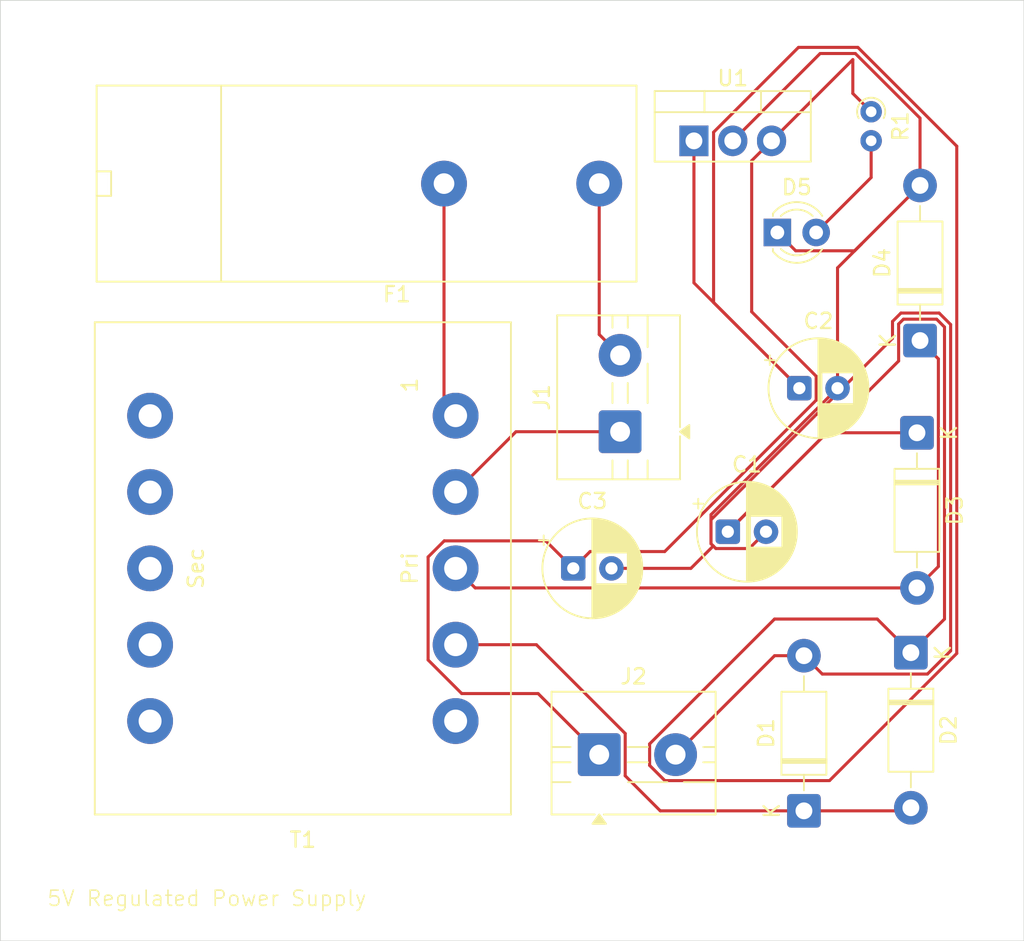
<source format=kicad_pcb>
(kicad_pcb (version 20241229) (generator "pcbnew") (generator_version "9.0")
  (layers (0 "F.Cu" signal) (2 "B.Cu" signal) (13 "F.Paste" user) (15 "B.Paste" user) (5 "F.SilkS" user "F.Silkscreen") (7 "B.SilkS" user "B.Silkscreen") (1 "F.Mask" user) (3 "B.Mask" user) (25 "Edge.Cuts" user))
  (net 0 "")
  (net 1 "GND")
  (net 2 "Net-(D2-K)")
  (net 3 "Net-(J2-Pin_1)")
  (net 4 "Net-(D1-K)")
  (net 5 "Net-(D3-A)")
  (net 6 "Net-(J1-Pin_2)")
  (net 7 "Net-(T1-AA)")
  (net 8 "Net-(J1-Pin_1)")
  (net 9 "Net-(D5-A)")
  (footprint "Diode_THT:D_DO-41_SOD81_P10.16mm_Horizontal" (layer "F.Cu") (at 173.6 95.68 90)
    (property "Reference" "D4" (at 5.08 -2.47 90) (layer "F.SilkS"))
    (property "Value" "1N4007")
    (fp_text user "K" (at 0 -2.1 90) (layer "F.SilkS"))
    (pad "1" thru_hole roundrect (at 0 0 90) (size 2.2 2.2) (drill 1.1) (layers "*.Cu" "*.Mask") (roundrect_rratio 0.113636) (net 5 "Net-(D3-A)"))
    (pad "2" thru_hole circle (at 10.16 0 90) (size 2.2 2.2) (drill 1.1) (layers "*.Cu" "*.Mask") (net 1 "GND"))
  )
  (footprint "TerminalBlock:TerminalBlock_MaiXu_MX126-5.0-02P_1x02_P5.00mm" (layer "F.Cu") (at 153.9675 101.65 90)
    (property "Reference" "J1" (at 2.25 -5.12 90) (layer "F.SilkS"))
    (property "Value" "AC_INPUT")
    (pad "1" thru_hole roundrect (at 0 0 90) (size 2.8 2.8) (drill 1.3) (layers "*.Cu" "*.Mask") (roundrect_rratio 0.089286) (net 8 "Net-(J1-Pin_1)"))
    (pad "2" thru_hole circle (at 5 0 90) (size 2.8 2.8) (drill 1.3) (layers "*.Cu" "*.Mask") (net 6 "Net-(J1-Pin_2)"))
  )
  (footprint "Package_TO_SOT_THT:TO-220-3_Vertical" (layer "F.Cu") (at 158.8 82.6)
    (property "Reference" "U1" (at 2.54 -4.1 0) (layer "F.SilkS"))
    (property "Value" "L7805")
    (pad "1" thru_hole rect (at 0 0) (size 1.905 2) (drill 1.1) (layers "*.Cu" "*.Mask") (net 2 "Net-(D2-K)"))
    (pad "2" thru_hole oval (at 2.54 0) (size 1.905 2) (drill 1.1) (layers "*.Cu" "*.Mask") (net 1 "GND"))
    (pad "3" thru_hole oval (at 5.08 0) (size 1.905 2) (drill 1.1) (layers "*.Cu" "*.Mask") (net 3 "Net-(J2-Pin_1)"))
  )
  (footprint "LED_THT:LED_D3.0mm" (layer "F.Cu") (at 164.26 88.6)
    (property "Reference" "D5" (at 1.27 -2.96 0) (layer "F.SilkS"))
    (property "Value" "LED")
    (pad "1" thru_hole rect (at 0 0) (size 1.8 1.8) (drill 0.9) (layers "*.Cu" "*.Mask") (net 1 "GND"))
    (pad "2" thru_hole circle (at 2.54 0) (size 1.8 1.8) (drill 0.9) (layers "*.Cu" "*.Mask") (net 9 "Net-(D5-A)"))
  )
  (footprint "Capacitor_THT:CP_Radial_D6.3mm_P2.50mm" (layer "F.Cu") (at 161.017621 108.2)
    (property "Reference" "C1" (at 1.25 -4.4 0) (layer "F.SilkS"))
    (property "Value" "470uF")
    (pad "1" thru_hole roundrect (at 0 0) (size 1.6 1.6) (drill 0.8) (layers "*.Cu" "*.Mask") (roundrect_rratio 0.15625) (net 2 "Net-(D2-K)"))
    (pad "2" thru_hole circle (at 2.5 0) (size 1.6 1.6) (drill 0.8) (layers "*.Cu" "*.Mask") (net 1 "GND"))
  )
  (footprint "Transformer_THT:Transformer_CHK_EI30-2VA_1xSec" (layer "F.Cu") (at 143.2 100.6 180)
    (property "Reference" "T1" (at 10 -27.78 0) (layer "F.SilkS"))
    (property "Value" "Transformer_1P_1S")
    (fp_text user "1" (at 3 2 90) (layer "F.SilkS"))
    (fp_text user "Sec" (at 17 -10 90) (layer "F.SilkS"))
    (fp_text user "Pri" (at 3 -10 90) (layer "F.SilkS"))
    (pad "1" thru_hole circle (at 0 0 180) (size 3 3) (drill 1.5) (layers "*.Cu" "*.Mask") (net 7 "Net-(T1-AA)"))
    (pad "2" thru_hole circle (at 0 -5 180) (size 3 3) (drill 1.5) (layers "*.Cu" "*.Mask") (net 8 "Net-(J1-Pin_1)"))
    (pad "3" thru_hole circle (at 0 -10 180) (size 3 3) (drill 1.5) (layers "*.Cu" "*.Mask") (net 5 "Net-(D3-A)"))
    (pad "4" thru_hole circle (at 0 -15 180) (size 3 3) (drill 1.5) (layers "*.Cu" "*.Mask") (net 4 "Net-(D1-K)"))
    (pad "5" thru_hole circle (at 0 -20 180) (size 3 3) (drill 1.5) (layers "*.Cu" "*.Mask"))
    (pad "6" thru_hole circle (at 20 -20 180) (size 3 3) (drill 1.5) (layers "*.Cu" "*.Mask"))
    (pad "7" thru_hole circle (at 20 -15 180) (size 3 3) (drill 1.5) (layers "*.Cu" "*.Mask"))
    (pad "8" thru_hole circle (at 20 -10 180) (size 3 3) (drill 1.5) (layers "*.Cu" "*.Mask"))
    (pad "9" thru_hole circle (at 20 -5 180) (size 3 3) (drill 1.5) (layers "*.Cu" "*.Mask"))
    (pad "10" thru_hole circle (at 20 0 180) (size 3 3) (drill 1.5) (layers "*.Cu" "*.Mask"))
  )
  (footprint "Capacitor_THT:CP_Radial_D6.3mm_P2.50mm" (layer "F.Cu") (at 165.7 98.8)
    (property "Reference" "C2" (at 1.25 -4.4 0) (layer "F.SilkS"))
    (property "Value" "0.1uF")
    (pad "1" thru_hole roundrect (at 0 0) (size 1.6 1.6) (drill 0.8) (layers "*.Cu" "*.Mask") (roundrect_rratio 0.15625) (net 2 "Net-(D2-K)"))
    (pad "2" thru_hole circle (at 2.5 0) (size 1.6 1.6) (drill 0.8) (layers "*.Cu" "*.Mask") (net 1 "GND"))
  )
  (footprint "Fuse:Fuseholder_Cylinder-5x20mm_Bulgin_FX0457_Horizontal_Closed" (layer "F.Cu") (at 152.6 85.4 180)
    (property "Reference" "F1" (at 13.25 -7.25 0) (layer "F.SilkS"))
    (property "Value" "Fuse")
    (pad "1" thru_hole circle (at 0 0 180) (size 3 3) (drill 1.35) (layers "*.Cu" "*.Mask") (net 6 "Net-(J1-Pin_2)"))
    (pad "2" thru_hole circle (at 10.16 0 180) (size 3 3) (drill 1.35) (layers "*.Cu" "*.Mask") (net 7 "Net-(T1-AA)"))
  )
  (footprint "Diode_THT:D_DO-41_SOD81_P10.16mm_Horizontal" (layer "F.Cu") (at 166 126.48 90)
    (property "Reference" "D1" (at 5.08 -2.47 90) (layer "F.SilkS"))
    (property "Value" "1N4007")
    (fp_text user "K" (at 0 -2.1 90) (layer "F.SilkS"))
    (pad "1" thru_hole roundrect (at 0 0 90) (size 2.2 2.2) (drill 1.1) (layers "*.Cu" "*.Mask") (roundrect_rratio 0.113636) (net 4 "Net-(D1-K)"))
    (pad "2" thru_hole circle (at 10.16 0 90) (size 2.2 2.2) (drill 1.1) (layers "*.Cu" "*.Mask") (net 1 "GND"))
  )
  (footprint "Diode_THT:D_DO-41_SOD81_P10.16mm_Horizontal" (layer "F.Cu") (at 173.4 101.72 -90)
    (property "Reference" "D3" (at 5.08 -2.47 90) (layer "F.SilkS"))
    (property "Value" "1N4007")
    (fp_text user "K" (at 0 -2.1 90) (layer "F.SilkS"))
    (pad "1" thru_hole roundrect (at 0 0 270) (size 2.2 2.2) (drill 1.1) (layers "*.Cu" "*.Mask") (roundrect_rratio 0.113636) (net 2 "Net-(D2-K)"))
    (pad "2" thru_hole circle (at 10.16 0 270) (size 2.2 2.2) (drill 1.1) (layers "*.Cu" "*.Mask") (net 5 "Net-(D3-A)"))
  )
  (footprint "TerminalBlock:TerminalBlock_MaiXu_MX126-5.0-02P_1x02_P5.00mm" (layer "F.Cu") (at 152.6 122.8)
    (property "Reference" "J2" (at 2.25 -5.12 0) (layer "F.SilkS"))
    (property "Value" "(+5v, gnd)")
    (pad "1" thru_hole roundrect (at 0 0) (size 2.8 2.8) (drill 1.3) (layers "*.Cu" "*.Mask") (roundrect_rratio 0.089286) (net 3 "Net-(J2-Pin_1)"))
    (pad "2" thru_hole circle (at 5 0) (size 2.8 2.8) (drill 1.3) (layers "*.Cu" "*.Mask") (net 1 "GND"))
  )
  (footprint "Capacitor_THT:CP_Radial_D6.3mm_P2.50mm" (layer "F.Cu") (at 150.9 110.6)
    (property "Reference" "C3" (at 1.25 -4.4 0) (layer "F.SilkS"))
    (property "Value" "0.1uF")
    (pad "1" thru_hole roundrect (at 0 0) (size 1.6 1.6) (drill 0.8) (layers "*.Cu" "*.Mask") (roundrect_rratio 0.15625) (net 3 "Net-(J2-Pin_1)"))
    (pad "2" thru_hole circle (at 2.5 0) (size 1.6 1.6) (drill 0.8) (layers "*.Cu" "*.Mask") (net 1 "GND"))
  )
  (footprint "Resistor_THT:R_Axial_DIN0204_L3.6mm_D1.6mm_P1.90mm_Vertical" (layer "F.Cu") (at 170.4 80.695 -90)
    (property "Reference" "R1" (at 0.95 -1.92 90) (layer "F.SilkS"))
    (property "Value" "150")
    (pad "1" thru_hole circle (at 0 0 270) (size 1.4 1.4) (drill 0.7) (layers "*.Cu" "*.Mask") (net 3 "Net-(J2-Pin_1)"))
    (pad "2" thru_hole circle (at 1.9 0 270) (size 1.4 1.4) (drill 0.7) (layers "*.Cu" "*.Mask") (net 9 "Net-(D5-A)"))
  )
  (footprint "Diode_THT:D_DO-41_SOD81_P10.16mm_Horizontal" (layer "F.Cu") (at 173 116.12 -90)
    (property "Reference" "D2" (at 5.08 -2.47 90) (layer "F.SilkS"))
    (property "Value" "1N4007")
    (fp_text user "K" (at 0 -2.1 90) (layer "F.SilkS"))
    (pad "1" thru_hole roundrect (at 0 0 270) (size 2.2 2.2) (drill 1.1) (layers "*.Cu" "*.Mask") (roundrect_rratio 0.113636) (net 2 "Net-(D2-K)"))
    (pad "2" thru_hole circle (at 10.16 0 270) (size 2.2 2.2) (drill 1.1) (layers "*.Cu" "*.Mask") (net 4 "Net-(D1-K)"))
  )
  (gr_rect (start 113.4 73.4) (end 180.4 135) (stroke (width 0.05)) (fill no) (layer "Edge.Cuts"))
  (gr_text "5V Regulated Power Supply " (at 116.4 132.8 0) (layer "F.SilkS") (effects (font (size 1 1) (thickness 0.1)) (justify left bottom)))
  (segment (start 162.416621 109.301) (end 163.517621 108.2) (width 0.2) (layer "F.Cu") (net 1))
  (segment (start 158.6 110.6) (end 160.065731 109.134269) (width 0.2) (layer "F.Cu") (net 1))
  (segment (start 173.6 81.1129) (end 169.3661 76.879) (width 0.2) (layer "F.Cu") (net 1))
  (segment (start 165.461 89.801) (end 169.319 89.801) (width 0.2) (layer "F.Cu") (net 1))
  (segment (start 167.061 76.879) (end 161.34 82.6) (width 0.2) (layer "F.Cu") (net 1))
  (segment (start 173.6 85.52) (end 173.6 81.1129) (width 0.2) (layer "F.Cu") (net 1))
  (segment (start 164.26 88.6) (end 165.461 89.801) (width 0.2) (layer "F.Cu") (net 1))
  (segment (start 175.603 116.00316) (end 175.603 94.62974) (width 0.2) (layer "F.Cu") (net 1))
  (segment (start 171.798 95.533461) (end 159.916621 107.41484) (width 0.2) (layer "F.Cu") (net 1))
  (segment (start 169.3661 76.879) (end 167.061 76.879) (width 0.2) (layer "F.Cu") (net 1))
  (segment (start 169.319 89.801) (end 169.76 89.36) (width 0.2) (layer "F.Cu") (net 1))
  (segment (start 168.2 98.8) (end 168.2 90.92) (width 0.2) (layer "F.Cu") (net 1))
  (segment (start 167.201 117.521) (end 174.08516 117.521) (width 0.2) (layer "F.Cu") (net 1))
  (segment (start 169.76 89.36) (end 173.6 85.52) (width 0.2) (layer "F.Cu") (net 1))
  (segment (start 159.916621 108.98516) (end 159.916621 107.083379) (width 0.2) (layer "F.Cu") (net 1))
  (segment (start 160.065731 109.134269) (end 160.232461 109.301) (width 0.2) (layer "F.Cu") (net 1))
  (segment (start 164.08 116.32) (end 166 116.32) (width 0.2) (layer "F.Cu") (net 1))
  (segment (start 174.08516 117.521) (end 175.603 116.00316) (width 0.2) (layer "F.Cu") (net 1))
  (segment (start 160.232461 109.301) (end 162.416621 109.301) (width 0.2) (layer "F.Cu") (net 1))
  (segment (start 159.916621 107.41484) (end 159.916621 108.98516) (width 0.2) (layer "F.Cu") (net 1))
  (segment (start 174.85126 93.878) (end 172.34874 93.878) (width 0.2) (layer "F.Cu") (net 1))
  (segment (start 175.603 94.62974) (end 174.85126 93.878) (width 0.2) (layer "F.Cu") (net 1))
  (segment (start 166 116.32) (end 167.201 117.521) (width 0.2) (layer "F.Cu") (net 1))
  (segment (start 159.916621 108.98516) (end 160.065731 109.134269) (width 0.2) (layer "F.Cu") (net 1))
  (segment (start 172.34874 93.878) (end 171.798 94.42874) (width 0.2) (layer "F.Cu") (net 1))
  (segment (start 168.2 90.92) (end 169.76 89.36) (width 0.2) (layer "F.Cu") (net 1))
  (segment (start 159.916621 107.083379) (end 168.2 98.8) (width 0.2) (layer "F.Cu") (net 1))
  (segment (start 157.6 122.8) (end 164.08 116.32) (width 0.2) (layer "F.Cu") (net 1))
  (segment (start 171.798 94.42874) (end 171.798 95.533461) (width 0.2) (layer "F.Cu") (net 1))
  (segment (start 153.4 110.6) (end 158.6 110.6) (width 0.2) (layer "F.Cu") (net 1))
  (segment (start 164.076422 113.918) (end 155.899 122.095422) (width 0.2) (layer "F.Cu") (net 2))
  (segment (start 156.895422 124.501) (end 167.67226 124.501) (width 0.2) (layer "F.Cu") (net 2))
  (segment (start 167.497621 101.72) (end 161.017621 108.2) (width 0.2) (layer "F.Cu") (net 2))
  (segment (start 175.202 113.918) (end 175.202 94.79584) (width 0.2) (layer "F.Cu") (net 2))
  (segment (start 176.004 82.9498) (end 169.5322 76.478) (width 0.2) (layer "F.Cu") (net 2))
  (segment (start 167.67226 124.501) (end 176.004 116.16926) (width 0.2) (layer "F.Cu") (net 2))
  (segment (start 172.51484 94.279) (end 172.199 94.59484) (width 0.2) (layer "F.Cu") (net 2))
  (segment (start 160.0865 93.1865) (end 165.7 98.8) (width 0.2) (layer "F.Cu") (net 2))
  (segment (start 155.899 123.504578) (end 156.895422 124.501) (width 0.2) (layer "F.Cu") (net 2))
  (segment (start 173.4 101.72) (end 167.497621 101.72) (width 0.2) (layer "F.Cu") (net 2))
  (segment (start 173 116.12) (end 170.798 113.918) (width 0.2) (layer "F.Cu") (net 2))
  (segment (start 172.199 97.018621) (end 161.017621 108.2) (width 0.2) (layer "F.Cu") (net 2))
  (segment (start 160.0865 82.033283) (end 160.0865 93.1865) (width 0.2) (layer "F.Cu") (net 2))
  (segment (start 175.202 94.79584) (end 174.68516 94.279) (width 0.2) (layer "F.Cu") (net 2))
  (segment (start 172.199 94.59484) (end 172.199 97.018621) (width 0.2) (layer "F.Cu") (net 2))
  (segment (start 174.68516 94.279) (end 172.51484 94.279) (width 0.2) (layer "F.Cu") (net 2))
  (segment (start 158.8 82.6) (end 158.8 91.9) (width 0.2) (layer "F.Cu") (net 2))
  (segment (start 155.899 122.095422) (end 155.899 123.504578) (width 0.2) (layer "F.Cu") (net 2))
  (segment (start 170.798 113.918) (end 164.076422 113.918) (width 0.2) (layer "F.Cu") (net 2))
  (segment (start 165.641783 76.478) (end 160.0865 82.033283) (width 0.2) (layer "F.Cu") (net 2))
  (segment (start 158.8 91.9) (end 165.7 98.8) (width 0.2) (layer "F.Cu") (net 2))
  (segment (start 173 116.12) (end 175.202 113.918) (width 0.2) (layer "F.Cu") (net 2))
  (segment (start 169.5322 76.478) (end 165.641783 76.478) (width 0.2) (layer "F.Cu") (net 2))
  (segment (start 176.004 116.16926) (end 176.004 82.9498) (width 0.2) (layer "F.Cu") (net 2))
  (segment (start 163.88 82.6) (end 169.2 77.28) (width 0.2) (layer "F.Cu") (net 3))
  (segment (start 143.599 118.799) (end 148.599 118.799) (width 0.2) (layer "F.Cu") (net 3))
  (segment (start 162.579 93.79284) (end 166.801 98.01484) (width 0.2) (layer "F.Cu") (net 3))
  (segment (start 152.001 109.499) (end 150.9 110.6) (width 0.2) (layer "F.Cu") (net 3))
  (segment (start 148.599 118.799) (end 152.6 122.8) (width 0.2) (layer "F.Cu") (net 3))
  (segment (start 169.2 77.28) (end 169.2 79.495) (width 0.2) (layer "F.Cu") (net 3))
  (segment (start 162.579 83.901) (end 162.579 93.79284) (width 0.2) (layer "F.Cu") (net 3))
  (segment (start 163.88 82.6) (end 162.579 83.901) (width 0.2) (layer "F.Cu") (net 3))
  (segment (start 141.399 116.599) (end 143.599 118.799) (width 0.2) (layer "F.Cu") (net 3))
  (segment (start 141.399 109.854001) (end 141.399 116.599) (width 0.2) (layer "F.Cu") (net 3))
  (segment (start 166.801 99.58516) (end 156.88716 109.499) (width 0.2) (layer "F.Cu") (net 3))
  (segment (start 150.9 110.6) (end 149.099 108.799) (width 0.2) (layer "F.Cu") (net 3))
  (segment (start 166.801 98.01484) (end 166.801 99.58516) (width 0.2) (layer "F.Cu") (net 3))
  (segment (start 142.454001 108.799) (end 141.399 109.854001) (width 0.2) (layer "F.Cu") (net 3))
  (segment (start 149.099 108.799) (end 142.454001 108.799) (width 0.2) (layer "F.Cu") (net 3))
  (segment (start 169.2 79.495) (end 170.4 80.695) (width 0.2) (layer "F.Cu") (net 3))
  (segment (start 156.88716 109.499) (end 152.001 109.499) (width 0.2) (layer "F.Cu") (net 3))
  (segment (start 166 126.48) (end 156.59584 126.48) (width 0.2) (layer "F.Cu") (net 4))
  (segment (start 148.48616 115.6) (end 143.2 115.6) (width 0.2) (layer "F.Cu") (net 4))
  (segment (start 154.301 121.41484) (end 148.48616 115.6) (width 0.2) (layer "F.Cu") (net 4))
  (segment (start 172.8 126.48) (end 173 126.28) (width 0.2) (layer "F.Cu") (net 4))
  (segment (start 154.301 124.18516) (end 154.301 121.41484) (width 0.2) (layer "F.Cu") (net 4))
  (segment (start 166 126.48) (end 172.8 126.48) (width 0.2) (layer "F.Cu") (net 4))
  (segment (start 156.59584 126.48) (end 154.301 124.18516) (width 0.2) (layer "F.Cu") (net 4))
  (segment (start 174.801 110.479) (end 174.801 96.881) (width 0.2) (layer "F.Cu") (net 5))
  (segment (start 173.4 111.88) (end 174.801 110.479) (width 0.2) (layer "F.Cu") (net 5))
  (segment (start 144.48 111.88) (end 173.4 111.88) (width 0.2) (layer "F.Cu") (net 5))
  (segment (start 174.801 96.881) (end 173.6 95.68) (width 0.2) (layer "F.Cu") (net 5))
  (segment (start 143.2 110.6) (end 144.48 111.88) (width 0.2) (layer "F.Cu") (net 5))
  (segment (start 152.6 95.2825) (end 153.9675 96.65) (width 0.2) (layer "F.Cu") (net 6))
  (segment (start 152.6 85.4) (end 152.6 95.2825) (width 0.2) (layer "F.Cu") (net 6))
  (segment (start 142.44 85.4) (end 142.44 99.84) (width 0.2) (layer "F.Cu") (net 7))
  (segment (start 142.44 99.84) (end 143.2 100.6) (width 0.2) (layer "F.Cu") (net 7))
  (segment (start 153.9675 101.65) (end 147.15 101.65) (width 0.2) (layer "F.Cu") (net 8))
  (segment (start 147.15 101.65) (end 143.2 105.6) (width 0.2) (layer "F.Cu") (net 8))
  (segment (start 170.4 82.595) (end 170.4 85) (width 0.2) (layer "F.Cu") (net 9))
  (segment (start 170.4 85) (end 166.8 88.6) (width 0.2) (layer "F.Cu") (net 9))
)
</source>
